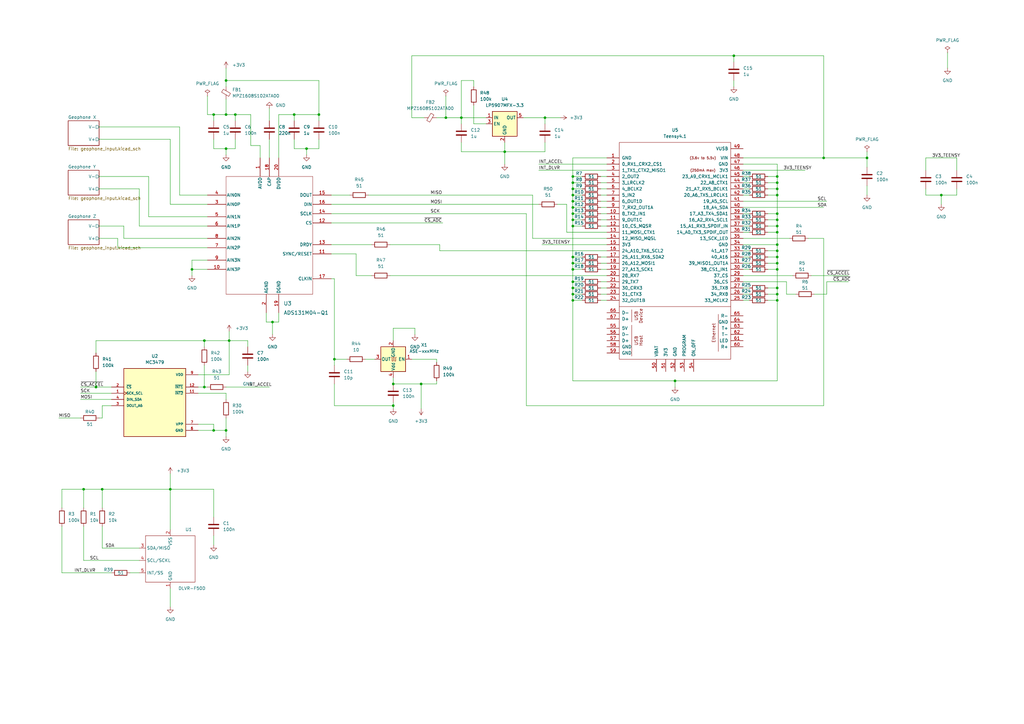
<source format=kicad_sch>
(kicad_sch (version 20230121) (generator eeschema)
  (paper "A3")
  (junction (at 318.77 77.47))
  (junction (at 355.6 64.77))
  (junction (at 300.99 22.86))
  (junction (at 189.23 48.26))
  (junction (at 318.77 92.71))
  (junction (at 130.81 46.99))
  (junction (at 234.95 74.93))
  (junction (at 386.08 80.01))
  (junction (at 111.76 132.08))
  (junction (at 234.95 118.11))
  (junction (at 318.77 105.41))
  (junction (at 318.77 74.93))
  (junction (at 234.95 85.09))
  (junction (at 92.71 33.02))
  (junction (at 318.77 80.01))
  (junction (at 161.29 157.48))
  (junction (at 276.86 156.21))
  (junction (at 318.77 110.49))
  (junction (at 318.77 102.87))
  (junction (at 318.77 100.33))
  (junction (at 234.95 87.63))
  (junction (at 125.73 60.96))
  (junction (at 92.71 60.96))
  (junction (at 318.77 87.63))
  (junction (at 34.29 200.66))
  (junction (at 39.37 158.75))
  (junction (at 318.77 123.19))
  (junction (at 93.98 139.7))
  (junction (at 223.52 48.26))
  (junction (at 78.74 110.49))
  (junction (at 318.77 72.39))
  (junction (at 234.95 72.39))
  (junction (at 92.71 176.53))
  (junction (at 83.82 158.75))
  (junction (at 234.95 90.17))
  (junction (at 137.16 147.32))
  (junction (at 234.95 115.57))
  (junction (at 234.95 105.41))
  (junction (at 234.95 82.55))
  (junction (at 234.95 107.95))
  (junction (at 69.85 200.66))
  (junction (at 234.95 77.47))
  (junction (at 182.88 48.26))
  (junction (at 161.29 166.37))
  (junction (at 172.72 157.48))
  (junction (at 318.77 90.17))
  (junction (at 87.63 176.53))
  (junction (at 318.77 95.25))
  (junction (at 87.63 46.99))
  (junction (at 234.95 120.65))
  (junction (at 96.52 46.99))
  (junction (at 337.82 64.77))
  (junction (at 234.95 110.49))
  (junction (at 120.65 46.99))
  (junction (at 234.95 123.19))
  (junction (at 234.95 80.01))
  (junction (at 234.95 92.71))
  (junction (at 83.82 139.7))
  (junction (at 207.01 62.23))
  (junction (at 92.71 46.99))
  (junction (at 41.91 200.66))
  (junction (at 318.77 118.11))
  (junction (at 318.77 120.65))
  (junction (at 318.77 107.95))
  (wire (pts (xy 34.29 208.28) (xy 34.29 200.66)))
  (wire (pts (xy 182.88 48.26) (xy 189.23 48.26)))
  (wire (pts (xy 318.77 77.47) (xy 318.77 80.01)))
  (wire (pts (xy 223.52 48.26) (xy 223.52 50.8)))
  (wire (pts (xy 160.02 113.03) (xy 248.92 113.03)))
  (wire (pts (xy 180.34 100.33) (xy 160.02 100.33)))
  (wire (pts (xy 81.28 173.99) (xy 87.63 173.99)))
  (wire (pts (xy 146.05 104.14) (xy 146.05 113.03)))
  (wire (pts (xy 180.34 102.87) (xy 248.92 102.87)))
  (wire (pts (xy 120.65 46.99) (xy 130.81 46.99)))
  (wire (pts (xy 318.77 105.41) (xy 318.77 107.95)))
  (wire (pts (xy 248.92 64.77) (xy 234.95 64.77)))
  (wire (pts (xy 234.95 80.01) (xy 234.95 82.55)))
  (wire (pts (xy 39.37 158.75) (xy 45.72 158.75)))
  (wire (pts (xy 48.26 101.6) (xy 48.26 97.79)))
  (wire (pts (xy 83.82 149.86) (xy 83.82 158.75)))
  (wire (pts (xy 33.02 161.29) (xy 45.72 161.29)))
  (wire (pts (xy 218.44 80.01) (xy 218.44 97.79)))
  (wire (pts (xy 130.81 49.53) (xy 130.81 46.99)))
  (wire (pts (xy 102.87 46.99) (xy 96.52 46.99)))
  (wire (pts (xy 318.77 72.39) (xy 318.77 74.93)))
  (wire (pts (xy 50.8 97.79) (xy 50.8 92.71)))
  (wire (pts (xy 33.02 158.75) (xy 39.37 158.75)))
  (wire (pts (xy 234.95 115.57) (xy 238.76 115.57)))
  (wire (pts (xy 24.13 171.45) (xy 33.02 171.45)))
  (wire (pts (xy 337.82 22.86) (xy 337.82 64.77)))
  (wire (pts (xy 85.09 46.99) (xy 87.63 46.99)))
  (wire (pts (xy 161.29 154.94) (xy 161.29 157.48)))
  (wire (pts (xy 326.39 120.65) (xy 322.58 120.65)))
  (wire (pts (xy 125.73 60.96) (xy 130.81 60.96)))
  (wire (pts (xy 234.95 72.39) (xy 238.76 72.39)))
  (wire (pts (xy 392.43 64.77) (xy 392.43 69.85)))
  (wire (pts (xy 151.13 80.01) (xy 218.44 80.01)))
  (wire (pts (xy 137.16 166.37) (xy 161.29 166.37)))
  (wire (pts (xy 234.95 118.11) (xy 238.76 118.11)))
  (wire (pts (xy 218.44 97.79) (xy 248.92 97.79)))
  (wire (pts (xy 114.3 46.99) (xy 114.3 64.77)))
  (wire (pts (xy 85.09 97.79) (xy 50.8 97.79)))
  (wire (pts (xy 33.02 163.83) (xy 45.72 163.83)))
  (wire (pts (xy 318.77 118.11) (xy 318.77 120.65)))
  (wire (pts (xy 234.95 72.39) (xy 234.95 74.93)))
  (wire (pts (xy 304.8 67.31) (xy 318.77 67.31)))
  (wire (pts (xy 246.38 105.41) (xy 248.92 105.41)))
  (wire (pts (xy 234.95 123.19) (xy 234.95 156.21)))
  (wire (pts (xy 87.63 57.15) (xy 87.63 60.96)))
  (wire (pts (xy 96.52 49.53) (xy 96.52 46.99)))
  (wire (pts (xy 304.8 74.93) (xy 307.34 74.93)))
  (wire (pts (xy 194.31 35.56) (xy 194.31 33.02)))
  (wire (pts (xy 234.95 90.17) (xy 234.95 92.71)))
  (wire (pts (xy 73.66 80.01) (xy 85.09 80.01)))
  (wire (pts (xy 92.71 40.64) (xy 92.71 46.99)))
  (wire (pts (xy 41.91 224.79) (xy 57.15 224.79)))
  (wire (pts (xy 189.23 48.26) (xy 199.39 48.26)))
  (wire (pts (xy 92.71 161.29) (xy 92.71 163.83)))
  (wire (pts (xy 92.71 60.96) (xy 96.52 60.96)))
  (wire (pts (xy 246.38 80.01) (xy 248.92 80.01)))
  (wire (pts (xy 34.29 229.87) (xy 57.15 229.87)))
  (wire (pts (xy 234.95 80.01) (xy 238.76 80.01)))
  (wire (pts (xy 135.89 100.33) (xy 152.4 100.33)))
  (wire (pts (xy 337.82 97.79) (xy 337.82 166.37)))
  (wire (pts (xy 137.16 147.32) (xy 137.16 149.86)))
  (wire (pts (xy 85.09 110.49) (xy 78.74 110.49)))
  (wire (pts (xy 179.07 48.26) (xy 182.88 48.26)))
  (wire (pts (xy 120.65 60.96) (xy 125.73 60.96)))
  (wire (pts (xy 300.99 33.02) (xy 300.99 35.56)))
  (wire (pts (xy 304.8 118.11) (xy 307.34 118.11)))
  (wire (pts (xy 379.73 80.01) (xy 386.08 80.01)))
  (wire (pts (xy 246.38 115.57) (xy 248.92 115.57)))
  (wire (pts (xy 168.91 22.86) (xy 168.91 48.26)))
  (wire (pts (xy 172.72 157.48) (xy 161.29 157.48)))
  (wire (pts (xy 318.77 80.01) (xy 318.77 87.63)))
  (wire (pts (xy 318.77 95.25) (xy 318.77 100.33)))
  (wire (pts (xy 332.74 113.03) (xy 347.98 113.03)))
  (wire (pts (xy 337.82 64.77) (xy 355.6 64.77)))
  (wire (pts (xy 69.85 83.82) (xy 69.85 57.15)))
  (wire (pts (xy 246.38 87.63) (xy 248.92 87.63)))
  (wire (pts (xy 120.65 46.99) (xy 120.65 49.53)))
  (wire (pts (xy 41.91 200.66) (xy 69.85 200.66)))
  (wire (pts (xy 234.95 115.57) (xy 234.95 118.11)))
  (wire (pts (xy 318.77 90.17) (xy 318.77 92.71)))
  (wire (pts (xy 234.95 110.49) (xy 238.76 110.49)))
  (wire (pts (xy 170.18 134.62) (xy 161.29 134.62)))
  (wire (pts (xy 246.38 72.39) (xy 248.92 72.39)))
  (wire (pts (xy 114.3 132.08) (xy 111.76 132.08)))
  (wire (pts (xy 87.63 46.99) (xy 87.63 49.53)))
  (wire (pts (xy 101.6 142.24) (xy 101.6 139.7)))
  (wire (pts (xy 39.37 152.4) (xy 39.37 158.75)))
  (wire (pts (xy 318.77 87.63) (xy 318.77 90.17)))
  (wire (pts (xy 87.63 176.53) (xy 92.71 176.53)))
  (wire (pts (xy 92.71 60.96) (xy 92.71 63.5)))
  (wire (pts (xy 189.23 58.42) (xy 189.23 62.23)))
  (wire (pts (xy 60.96 88.9) (xy 60.96 72.39)))
  (wire (pts (xy 194.31 33.02) (xy 189.23 33.02)))
  (wire (pts (xy 304.8 107.95) (xy 307.34 107.95)))
  (wire (pts (xy 392.43 80.01) (xy 386.08 80.01)))
  (wire (pts (xy 276.86 156.21) (xy 276.86 158.75)))
  (wire (pts (xy 48.26 97.79) (xy 40.64 97.79)))
  (wire (pts (xy 234.95 85.09) (xy 234.95 87.63)))
  (wire (pts (xy 87.63 173.99) (xy 87.63 176.53)))
  (wire (pts (xy 318.77 100.33) (xy 318.77 102.87)))
  (wire (pts (xy 41.91 166.37) (xy 41.91 171.45)))
  (wire (pts (xy 96.52 60.96) (xy 96.52 57.15)))
  (wire (pts (xy 318.77 102.87) (xy 318.77 105.41)))
  (wire (pts (xy 318.77 92.71) (xy 318.77 95.25)))
  (wire (pts (xy 92.71 171.45) (xy 92.71 176.53)))
  (wire (pts (xy 234.95 105.41) (xy 238.76 105.41)))
  (wire (pts (xy 234.95 118.11) (xy 234.95 120.65)))
  (wire (pts (xy 314.96 118.11) (xy 318.77 118.11)))
  (wire (pts (xy 106.68 59.69) (xy 102.87 59.69)))
  (wire (pts (xy 101.6 139.7) (xy 93.98 139.7)))
  (wire (pts (xy 179.07 157.48) (xy 172.72 157.48)))
  (wire (pts (xy 339.09 82.55) (xy 304.8 82.55)))
  (wire (pts (xy 246.38 107.95) (xy 248.92 107.95)))
  (wire (pts (xy 78.74 106.68) (xy 85.09 106.68)))
  (wire (pts (xy 194.31 50.8) (xy 194.31 43.18)))
  (wire (pts (xy 87.63 219.71) (xy 87.63 223.52)))
  (wire (pts (xy 234.95 74.93) (xy 238.76 74.93)))
  (wire (pts (xy 25.4 215.9) (xy 25.4 234.95)))
  (wire (pts (xy 93.98 153.67) (xy 81.28 153.67)))
  (wire (pts (xy 304.8 100.33) (xy 318.77 100.33)))
  (wire (pts (xy 102.87 59.69) (xy 102.87 46.99)))
  (wire (pts (xy 386.08 80.01) (xy 386.08 83.82)))
  (wire (pts (xy 304.8 105.41) (xy 307.34 105.41)))
  (wire (pts (xy 246.38 120.65) (xy 248.92 120.65)))
  (wire (pts (xy 92.71 158.75) (xy 110.49 158.75)))
  (wire (pts (xy 137.16 147.32) (xy 142.24 147.32)))
  (wire (pts (xy 337.82 22.86) (xy 300.99 22.86)))
  (wire (pts (xy 81.28 158.75) (xy 83.82 158.75)))
  (wire (pts (xy 304.8 80.01) (xy 307.34 80.01)))
  (wire (pts (xy 234.95 87.63) (xy 234.95 90.17)))
  (wire (pts (xy 92.71 46.99) (xy 87.63 46.99)))
  (wire (pts (xy 34.29 215.9) (xy 34.29 229.87)))
  (wire (pts (xy 137.16 114.3) (xy 135.89 114.3)))
  (wire (pts (xy 110.49 64.77) (xy 110.49 57.15)))
  (wire (pts (xy 238.76 77.47) (xy 234.95 77.47)))
  (wire (pts (xy 318.77 156.21) (xy 276.86 156.21)))
  (wire (pts (xy 314.96 95.25) (xy 318.77 95.25)))
  (wire (pts (xy 114.3 128.27) (xy 114.3 132.08)))
  (wire (pts (xy 81.28 176.53) (xy 87.63 176.53)))
  (wire (pts (xy 137.16 157.48) (xy 137.16 166.37)))
  (wire (pts (xy 109.22 132.08) (xy 109.22 128.27)))
  (wire (pts (xy 207.01 62.23) (xy 207.01 58.42)))
  (wire (pts (xy 25.4 234.95) (xy 45.72 234.95)))
  (wire (pts (xy 234.95 156.21) (xy 276.86 156.21)))
  (wire (pts (xy 96.52 46.99) (xy 92.71 46.99)))
  (wire (pts (xy 246.38 90.17) (xy 248.92 90.17)))
  (wire (pts (xy 232.41 83.82) (xy 228.6 83.82)))
  (wire (pts (xy 318.77 67.31) (xy 318.77 72.39)))
  (wire (pts (xy 234.95 110.49) (xy 234.95 115.57)))
  (wire (pts (xy 101.6 149.86) (xy 101.6 152.4)))
  (wire (pts (xy 234.95 87.63) (xy 238.76 87.63)))
  (wire (pts (xy 314.96 77.47) (xy 318.77 77.47)))
  (wire (pts (xy 78.74 110.49) (xy 78.74 113.03)))
  (wire (pts (xy 60.96 72.39) (xy 40.64 72.39)))
  (wire (pts (xy 339.09 120.65) (xy 339.09 115.57)))
  (wire (pts (xy 314.96 72.39) (xy 318.77 72.39)))
  (wire (pts (xy 314.96 107.95) (xy 318.77 107.95)))
  (wire (pts (xy 318.77 107.95) (xy 318.77 110.49)))
  (wire (pts (xy 110.49 44.45) (xy 110.49 49.53)))
  (wire (pts (xy 314.96 120.65) (xy 318.77 120.65)))
  (wire (pts (xy 304.8 85.09) (xy 337.82 85.09)))
  (wire (pts (xy 41.91 215.9) (xy 41.91 224.79)))
  (wire (pts (xy 34.29 200.66) (xy 41.91 200.66)))
  (wire (pts (xy 92.71 33.02) (xy 130.81 33.02)))
  (wire (pts (xy 314.96 90.17) (xy 318.77 90.17)))
  (wire (pts (xy 85.09 83.82) (xy 69.85 83.82)))
  (wire (pts (xy 248.92 85.09) (xy 246.38 85.09)))
  (wire (pts (xy 220.98 67.31) (xy 248.92 67.31)))
  (wire (pts (xy 114.3 46.99) (xy 120.65 46.99)))
  (wire (pts (xy 214.63 48.26) (xy 223.52 48.26)))
  (wire (pts (xy 179.07 147.32) (xy 179.07 148.59)))
  (wire (pts (xy 57.15 92.71) (xy 57.15 77.47)))
  (wire (pts (xy 314.96 123.19) (xy 318.77 123.19)))
  (wire (pts (xy 92.71 176.53) (xy 92.71 179.07)))
  (wire (pts (xy 78.74 110.49) (xy 78.74 106.68)))
  (wire (pts (xy 170.18 137.16) (xy 170.18 134.62)))
  (wire (pts (xy 314.96 87.63) (xy 318.77 87.63)))
  (wire (pts (xy 83.82 139.7) (xy 93.98 139.7)))
  (wire (pts (xy 234.95 64.77) (xy 234.95 72.39)))
  (wire (pts (xy 125.73 60.96) (xy 125.73 63.5)))
  (wire (pts (xy 199.39 50.8) (xy 194.31 50.8)))
  (wire (pts (xy 25.4 208.28) (xy 25.4 200.66)))
  (wire (pts (xy 87.63 200.66) (xy 69.85 200.66)))
  (wire (pts (xy 334.01 120.65) (xy 339.09 120.65)))
  (wire (pts (xy 189.23 33.02) (xy 189.23 48.26)))
  (wire (pts (xy 92.71 33.02) (xy 92.71 35.56)))
  (wire (pts (xy 246.38 123.19) (xy 248.92 123.19)))
  (wire (pts (xy 318.77 110.49) (xy 318.77 118.11)))
  (wire (pts (xy 223.52 62.23) (xy 207.01 62.23)))
  (wire (pts (xy 314.96 74.93) (xy 318.77 74.93)))
  (wire (pts (xy 314.96 92.71) (xy 318.77 92.71)))
  (wire (pts (xy 41.91 166.37) (xy 45.72 166.37)))
  (wire (pts (xy 215.9 87.63) (xy 135.89 87.63)))
  (wire (pts (xy 314.96 105.41) (xy 318.77 105.41)))
  (wire (pts (xy 222.25 100.33) (xy 248.92 100.33)))
  (wire (pts (xy 39.37 139.7) (xy 83.82 139.7)))
  (wire (pts (xy 304.8 102.87) (xy 307.34 102.87)))
  (wire (pts (xy 246.38 92.71) (xy 248.92 92.71)))
  (wire (pts (xy 304.8 113.03) (xy 325.12 113.03)))
  (wire (pts (xy 135.89 91.44) (xy 181.61 91.44)))
  (wire (pts (xy 379.73 77.47) (xy 379.73 80.01)))
  (wire (pts (xy 161.29 134.62) (xy 161.29 139.7)))
  (wire (pts (xy 83.82 142.24) (xy 83.82 139.7)))
  (wire (pts (xy 304.8 87.63) (xy 307.34 87.63)))
  (wire (pts (xy 248.92 95.25) (xy 232.41 95.25)))
  (wire (pts (xy 207.01 62.23) (xy 207.01 67.31)))
  (wire (pts (xy 223.52 58.42) (xy 223.52 62.23)))
  (wire (pts (xy 25.4 200.66) (xy 34.29 200.66)))
  (wire (pts (xy 248.92 77.47) (xy 246.38 77.47)))
  (wire (pts (xy 111.76 132.08) (xy 109.22 132.08)))
  (wire (pts (xy 314.96 80.01) (xy 318.77 80.01)))
  (wire (pts (xy 161.29 166.37) (xy 161.29 167.64)))
  (wire (pts (xy 234.95 82.55) (xy 238.76 82.55)))
  (wire (pts (xy 135.89 104.14) (xy 146.05 104.14)))
  (wire (pts (xy 234.95 123.19) (xy 238.76 123.19)))
  (wire (pts (xy 355.6 62.23) (xy 355.6 64.77)))
  (wire (pts (xy 314.96 110.49) (xy 318.77 110.49)))
  (wire (pts (xy 85.09 39.37) (xy 85.09 46.99)))
  (wire (pts (xy 304.8 123.19) (xy 307.34 123.19)))
  (wire (pts (xy 168.91 48.26) (xy 173.99 48.26)))
  (wire (pts (xy 304.8 77.47) (xy 307.34 77.47)))
  (wire (pts (xy 85.09 88.9) (xy 60.96 88.9)))
  (wire (pts (xy 234.95 120.65) (xy 234.95 123.19)))
  (wire (pts (xy 246.38 74.93) (xy 248.92 74.93)))
  (wire (pts (xy 388.62 21.59) (xy 388.62 27.94)))
  (wire (pts (xy 40.64 171.45) (xy 41.91 171.45)))
  (wire (pts (xy 234.95 92.71) (xy 238.76 92.71)))
  (wire (pts (xy 189.23 48.26) (xy 189.23 50.8)))
  (wire (pts (xy 314.96 102.87) (xy 318.77 102.87)))
  (wire (pts (xy 379.73 69.85) (xy 379.73 64.77)))
  (wire (pts (xy 339.09 115.57) (xy 347.98 115.57)))
  (wire (pts (xy 92.71 27.94) (xy 92.71 33.02)))
  (wire (pts (xy 318.77 74.93) (xy 318.77 77.47)))
  (wire (pts (xy 238.76 85.09) (xy 234.95 85.09)))
  (wire (pts (xy 146.05 113.03) (xy 152.4 113.03)))
  (wire (pts (xy 304.8 92.71) (xy 307.34 92.71)))
  (wire (pts (xy 111.76 137.16) (xy 111.76 132.08)))
  (wire (pts (xy 234.95 82.55) (xy 234.95 85.09)))
  (wire (pts (xy 234.95 92.71) (xy 234.95 105.41)))
  (wire (pts (xy 57.15 77.47) (xy 40.64 77.47)))
  (wire (pts (xy 87.63 60.96) (xy 92.71 60.96)))
  (wire (pts (xy 81.28 161.29) (xy 92.71 161.29)))
  (wire (pts (xy 234.95 77.47) (xy 234.95 80.01)))
  (wire (pts (xy 40.64 52.07) (xy 73.66 52.07)))
  (wire (pts (xy 130.81 46.99) (xy 130.81 33.02)))
  (wire (pts (xy 304.8 110.49) (xy 307.34 110.49)))
  (wire (pts (xy 304.8 64.77) (xy 337.82 64.77)))
  (wire (pts (xy 189.23 62.23) (xy 207.01 62.23)))
  (wire (pts (xy 137.16 114.3) (xy 137.16 147.32)))
  (wire (pts (xy 304.8 120.65) (xy 307.34 120.65)))
  (wire (pts (xy 318.77 123.19) (xy 318.77 156.21)))
  (wire (pts (xy 135.89 80.01) (xy 143.51 80.01)))
  (wire (pts (xy 215.9 166.37) (xy 337.82 166.37)))
  (wire (pts (xy 234.95 107.95) (xy 238.76 107.95)))
  (wire (pts (xy 304.8 72.39) (xy 307.34 72.39)))
  (wire (pts (xy 87.63 212.09) (xy 87.63 200.66)))
  (wire (pts (xy 234.95 90.17) (xy 238.76 90.17)))
  (wire (pts (xy 69.85 194.31) (xy 69.85 200.66)))
  (wire (pts (xy 168.91 147.32) (xy 179.07 147.32)))
  (wire (pts (xy 41.91 208.28) (xy 41.91 200.66)))
  (wire (pts (xy 232.41 83.82) (xy 232.41 95.25)))
  (wire (pts (xy 379.73 64.77) (xy 392.43 64.77)))
  (wire (pts (xy 73.66 52.07) (xy 73.66 80.01)))
  (wire (pts (xy 180.34 100.33) (xy 180.34 102.87)))
  (wire (pts (xy 304.8 115.57) (xy 322.58 115.57)))
  (wire (pts (xy 300.99 22.86) (xy 168.91 22.86)))
  (wire (pts (xy 179.07 156.21) (xy 179.07 157.48)))
  (wire (pts (xy 130.81 57.15) (xy 130.81 60.96)))
  (wire (pts (xy 85.09 101.6) (xy 48.26 101.6)))
  (wire (pts (xy 135.89 83.82) (xy 220.98 83.82)))
  (wire (pts (xy 246.38 82.55) (xy 248.92 82.55)))
  (wire (pts (xy 93.98 139.7) (xy 93.98 153.67)))
  (wire (pts (xy 304.8 97.79) (xy 323.85 97.79)))
  (wire (pts (xy 182.88 39.37) (xy 182.88 48.26)))
  (wire (pts (xy 246.38 110.49) (xy 248.92 110.49)))
  (wire (pts (xy 392.43 77.47) (xy 392.43 80.01)))
  (wire (pts (xy 318.77 120.65) (xy 318.77 123.19)))
  (wire (pts (xy 234.95 74.93) (xy 234.95 77.47)))
  (wire (pts (xy 120.65 57.15) (xy 120.65 60.96)))
  (wire (pts (xy 93.98 135.89) (xy 93.98 139.7)))
  (wire (pts (xy 304.8 90.17) (xy 307.34 90.17)))
  (wire (pts (xy 149.86 147.32) (xy 153.67 147.32)))
  (wire (pts (xy 223.52 48.26) (xy 229.87 48.26)))
  (wire (pts (xy 161.29 165.1) (xy 161.29 166.37)))
  (wire (pts (xy 39.37 144.78) (xy 39.37 139.7)))
  (wire (pts (xy 300.99 22.86) (xy 300.99 25.4)))
  (wire (pts (xy 234.95 107.95) (xy 234.95 110.49)))
  (wire (pts (xy 85.09 92.71) (xy 57.15 92.71)))
  (wire (pts (xy 69.85 57.15) (xy 40.64 57.15)))
  (wire (pts (xy 304.8 69.85) (xy 330.2 69.85)))
  (wire (pts (xy 215.9 87.63) (xy 215.9 166.37)))
  (wire (pts (xy 234.95 105.41) (xy 234.95 107.95)))
  (wire (pts (xy 106.68 64.77) (xy 106.68 59.69)))
  (wire (pts (xy 83.82 158.75) (xy 85.09 158.75)))
  (wire (pts (xy 53.34 234.95) (xy 57.15 234.95)))
  (wire (pts (xy 69.85 241.3) (xy 69.85 248.92)))
  (wire (pts (xy 331.47 97.79) (xy 337.82 97.79)))
  (wire (pts (xy 355.6 64.77) (xy 355.6 68.58)))
  (wire (pts (xy 50.8 92.71) (xy 40.64 92.71)))
  (wire (pts (xy 172.72 157.48) (xy 172.72 167.64)))
  (wire (pts (xy 322.58 120.65) (xy 322.58 115.57)))
  (wire (pts (xy 220.98 69.85) (xy 248.92 69.85)))
  (wire (pts (xy 355.6 76.2) (xy 355.6 80.01)))
  (wire (pts (xy 304.8 95.25) (xy 307.34 95.25)))
  (wire (pts (xy 69.85 200.66) (xy 69.85 217.17)))
  (wire (pts (xy 246.38 118.11) (xy 248.92 118.11)))
  (wire (pts (xy 234.95 120.65) (xy 238.76 120.65)))
  (label "SCK" (at 33.02 161.29 0))
  (label "SCK" (at 176.53 87.63 0))
  (label "MISO" (at 24.13 171.45 0))
  (label "3V3_TEENSY" (at 382.27 64.77 0))
  (label "~{CS_ADC}" (at 173.99 91.44 0))
  (label "MISO" (at 176.53 80.01 0))
  (label "SDA" (at 335.28 85.09 0))
  (label "INT_DLVR" (at 30.48 234.95 0))
  (label "~{CS_ACCEL}" (at 33.02 158.75 0))
  (label "3V3_TEENSY" (at 321.31 69.85 0))
  (label "INT_ACCEL" (at 101.6 158.75 0))
  (label "~{CS_ADC}" (at 341.63 115.57 0))
  (label "SCL" (at 36.83 229.87 0))
  (label "INT_ACCEL" (at 220.98 67.31 0))
  (label "SDA" (at 43.18 224.79 0))
  (label "~{CS_ACCEL}" (at 339.09 113.03 0))
  (label "3V3_TEENSY" (at 222.25 100.33 0))
  (label "MOSI" (at 176.53 83.82 0))
  (label "MOSI" (at 33.02 163.83 0))
  (label "INT_DLVR" (at 220.98 69.85 0))
  (label "SCL" (at 335.28 82.55 0))
  (symbol (lib_id "Device:R") (at 146.05 147.32 90) (unit 1)
    (property "Reference" "R44" (at 146.05 140.97 90))
    (property "Value" "10" (at 146.05 143.51 90))
    (property "Footprint" "Resistor_SMD:R_0603_1608Metric" (effects hide))
  )
  (symbol (lib_id "Device:R") (at 242.57 120.65 90) (unit 1)
    (property "Reference" "R21" (at 237.49 119.38 90))
    (property "Value" "51" (at 242.57 120.65 90))
    (property "Footprint" "Resistor_SMD:R_0603_1608Metric" (effects hide))
  )
  (symbol (lib_id "Regulator_Linear:LP5907MFX-3.3") (at 207.01 50.8 0) (unit 1)
    (property "Reference" "U4" (at 207.01 40.64 0))
    (property "Value" "LP5907MFX-3.3" (at 207.01 43.18 0))
    (property "Footprint" "Package_TO_SOT_SMD:SOT-23-5" (effects hide))
    (property "Datasheet" "http://www.ti.com/lit/ds/symlink/lp5907.pdf" (effects hide))
  )
  (symbol (lib_id "Device:R") (at 156.21 113.03 90) (unit 1)
    (property "Reference" "R47" (at 156.21 106.68 90))
    (property "Value" "51" (at 156.21 109.22 90))
    (property "Footprint" "Resistor_SMD:R_0603_1608Metric" (effects hide))
  )
  (symbol (lib_id "Device:R") (at 311.15 90.17 90) (unit 1)
    (property "Reference" "R33" (at 306.07 88.9 90))
    (property "Value" "51" (at 311.15 90.17 90))
    (property "Footprint" "Resistor_SMD:R_0603_1608Metric" (effects hide))
  )
  (symbol (lib_id "Device:C") (at 87.63 215.9 0) (unit 1)
    (property "Reference" "C1" (at 91.44 214.6299 0) (effects (justify left)))
    (property "Value" "100n" (at 91.44 217.1699 0) (effects (justify left)))
    (property "Footprint" "Capacitor_SMD:C_0603_1608Metric_Pad1.08x0.95mm_HandSolder" (effects hide))
  )
  (symbol (lib_id "Device:R") (at 311.15 87.63 90) (unit 1)
    (property "Reference" "R34" (at 306.07 86.36 90))
    (property "Value" "51" (at 311.15 87.63 90))
    (property "Footprint" "Resistor_SMD:R_0603_1608Metric" (effects hide))
  )
  (symbol (lib_id "Device:R") (at 311.15 107.95 90) (unit 1)
    (property "Reference" "R27" (at 306.07 106.68 90))
    (property "Value" "51" (at 311.15 107.95 90))
    (property "Footprint" "Resistor_SMD:R_0603_1608Metric" (effects hide))
  )
  (symbol (lib_id "Device:C") (at 379.73 73.66 0) (unit 1)
    (property "Reference" "C3" (at 383.54 72.3899 0) (effects (justify left)))
    (property "Value" "100n" (at 383.54 74.9299 0) (effects (justify left)))
    (property "Footprint" "Capacitor_SMD:C_0603_1608Metric_Pad1.08x0.95mm_HandSolder" (effects hide))
  )
  (symbol (lib_id "power:GND") (at 78.74 113.03 0) (unit 1)
    (property "Reference" "#PWR024" (effects hide))
    (property "Value" "GND" (at 78.74 118.11 0))
  )
  (symbol (lib_id "Device:C") (at 223.52 54.61 0) (unit 1)
    (property "Reference" "C14" (at 227.33 53.3399 0) (effects (justify left)))
    (property "Value" "1u" (at 227.33 55.8799 0) (effects (justify left)))
    (property "Footprint" "Capacitor_SMD:C_0805_2012Metric" (effects hide))
  )
  (symbol (lib_id "Device:R") (at 311.15 102.87 90) (unit 1)
    (property "Reference" "R29" (at 306.07 101.6 90))
    (property "Value" "51" (at 311.15 102.87 90))
    (property "Footprint" "Resistor_SMD:R_0603_1608Metric" (effects hide))
  )
  (symbol (lib_id "power:GND") (at 386.08 83.82 0) (unit 1)
    (property "Reference" "#PWR05" (effects hide))
    (property "Value" "GND" (at 386.08 88.9 0))
  )
  (symbol (lib_id "power:+3V3") (at 69.85 194.31 0) (unit 1)
    (property "Reference" "#PWR03" (effects hide))
    (property "Value" "+3V3" (at 72.39 193.0399 0) (effects (justify left)))
  )
  (symbol (lib_id "Device:R") (at 147.32 80.01 90) (unit 1)
    (property "Reference" "R45" (at 147.32 73.66 90))
    (property "Value" "51" (at 147.32 76.2 90))
    (property "Footprint" "Resistor_SMD:R_0603_1608Metric" (effects hide))
  )
  (symbol (lib_id "seismometer:MC3479") (at 63.5 163.83 0) (unit 1)
    (property "Reference" "U2" (at 63.5 146.05 0))
    (property "Value" "MC3479" (at 63.5 148.59 0))
    (property "Footprint" "seismometer:PQFN50P200X200X100-12N" (effects hide))
    (property "MF" "MEMSIC" (effects hide))
    (property "MAXIMUM_PACKAGE_HEIGHT" "1.0mm" (effects hide))
    (property "Package" "None" (effects hide))
    (property "Price" "None" (effects hide))
    (property "Check_prices" "https://www.snapeda.com/parts/MC3479/Memsic/view-part/?ref=eda" (effects hide))
    (property "STANDARD" "IPC-7351B" (effects hide))
    (property "PARTREV" "1.1" (effects hide))
    (property "SnapEDA_Link" "https://www.snapeda.com/parts/MC3479/Memsic/view-part/?ref=snap" (effects hide))
    (property "MP" "MC3479" (effects hide))
    (property "Purchase-URL" "https://www.snapeda.com/api/url_track_click_mouser/?unipart_id=5138822&manufacturer=MEMSIC&part_name=MC3479&search_term=None" (effects hide))
    (property "Description" "\nAccelerometer X, Y, Z Axis ±2g, 4g, 8g, 12g, 16g 0.25Hz ~ 500Hz 12-LGA (2x2)\n" (effects hide))
    (property "Availability" "In Stock" (effects hide))
    (property "MANUFACTURER" "MEMSIC" (effects hide))
  )
  (symbol (lib_id "power:GND") (at 101.6 152.4 0) (unit 1)
    (property "Reference" "#PWR028" (effects hide))
    (property "Value" "GND" (at 101.6 157.48 0))
  )
  (symbol (lib_id "power:PWR_FLAG") (at 85.09 39.37 0) (unit 1)
    (property "Reference" "#FLG02" (effects hide))
    (property "Value" "PWR_FLAG" (at 85.09 34.29 0))
  )
  (symbol (lib_id "Device:C") (at 130.81 53.34 0) (unit 1)
    (property "Reference" "C10" (at 134.62 52.0699 0) (effects (justify left)))
    (property "Value" "100n" (at 134.62 54.6099 0) (effects (justify left)))
    (property "Footprint" "Capacitor_SMD:C_0603_1608Metric_Pad1.08x0.95mm_HandSolder" (effects hide))
  )
  (symbol (lib_id "Device:FerriteBead_Small") (at 92.71 38.1 0) (unit 1)
    (property "Reference" "FB1" (at 95.25 36.7918 0) (effects (justify left)))
    (property "Value" "MPZ1608S102ATA00" (at 95.25 39.3318 0) (effects (justify left)))
    (property "Footprint" "Inductor_SMD:L_0805_2012Metric" (effects hide))
    (property "Description" "1k, 800mA" (effects hide))
    (property "MANUFACTURER" "TDK" (effects hide))
  )
  (symbol (lib_id "power:GND") (at 170.18 137.16 0) (unit 1)
    (property "Reference" "#PWR014" (effects hide))
    (property "Value" "GND" (at 170.18 142.24 0))
  )
  (symbol (lib_id "Device:FerriteBead_Small") (at 176.53 48.26 90) (unit 1)
    (property "Reference" "FB2" (at 176.4919 41.91 90))
    (property "Value" "MPZ1608S102ATA00" (at 176.4919 44.45 90))
    (property "Footprint" "Inductor_SMD:L_0805_2012Metric" (effects hide))
    (property "Description" "1k, 800mA" (effects hide))
    (property "MANUFACTURER" "TDK" (effects hide))
  )
  (symbol (lib_id "Device:R") (at 242.57 118.11 90) (unit 1)
    (property "Reference" "R20" (at 237.49 116.84 90))
    (property "Value" "51" (at 242.57 118.11 90))
    (property "Footprint" "Resistor_SMD:R_0603_1608Metric" (effects hide))
  )
  (symbol (lib_id "Device:C") (at 110.49 53.34 0) (unit 1)
    (property "Reference" "C8" (at 114.3 52.0699 0) (effects (justify left)))
    (property "Value" "220n" (at 114.3 54.6099 0) (effects (justify left)))
    (property "Footprint" "Capacitor_SMD:C_0603_1608Metric_Pad1.08x0.95mm_HandSolder" (effects hide))
  )
  (symbol (lib_id "Device:R") (at 311.15 74.93 90) (unit 1)
    (property "Reference" "R37" (at 306.07 73.66 90))
    (property "Value" "51" (at 311.15 74.93 90))
    (property "Footprint" "Resistor_SMD:R_0603_1608Metric" (effects hide))
  )
  (symbol (lib_id "power:GND") (at 276.86 158.75 0) (unit 1)
    (property "Reference" "#PWR04" (effects hide))
    (property "Value" "GND" (at 276.86 163.83 0))
  )
  (symbol (lib_id "power:+3V3") (at 93.98 135.89 0) (unit 1)
    (property "Reference" "#PWR08" (effects hide))
    (property "Value" "+3V3" (at 96.52 134.6199 0) (effects (justify left)))
  )
  (symbol (lib_id "Device:R") (at 328.93 113.03 90) (unit 1)
    (property "Reference" "R5" (at 328.93 107.95 90))
    (property "Value" "51" (at 328.93 110.49 90))
    (property "Footprint" "Resistor_SMD:R_0603_1608Metric" (effects hide))
  )
  (symbol (lib_id "Device:R") (at 330.2 120.65 90) (unit 1)
    (property "Reference" "R6" (at 330.2 115.57 90))
    (property "Value" "51" (at 330.2 118.11 90))
    (property "Footprint" "Resistor_SMD:R_0603_1608Metric" (effects hide))
  )
  (symbol (lib_id "Device:R") (at 311.15 92.71 90) (unit 1)
    (property "Reference" "R32" (at 306.07 91.44 90))
    (property "Value" "51" (at 311.15 92.71 90))
    (property "Footprint" "Resistor_SMD:R_0603_1608Metric" (effects hide))
  )
  (symbol (lib_id "Device:R") (at 327.66 97.79 90) (unit 1)
    (property "Reference" "R4" (at 327.66 92.71 90))
    (property "Value" "51" (at 327.66 95.25 90))
    (property "Footprint" "Resistor_SMD:R_0603_1608Metric" (effects hide))
  )
  (symbol (lib_id "power:GND") (at 388.62 27.94 0) (unit 1)
    (property "Reference" "#PWR025" (effects hide))
    (property "Value" "GND" (at 388.62 33.02 0))
  )
  (symbol (lib_id "Device:R") (at 311.15 80.01 90) (unit 1)
    (property "Reference" "R35" (at 306.07 78.74 90))
    (property "Value" "51" (at 311.15 80.01 90))
    (property "Footprint" "Resistor_SMD:R_0603_1608Metric" (effects hide))
  )
  (symbol (lib_id "power:GND") (at 69.85 248.92 0) (unit 1)
    (property "Reference" "#PWR01" (effects hide))
    (property "Value" "GND" (at 69.85 254 0))
  )
  (symbol (lib_id "power:GND") (at 300.99 35.56 0) (unit 1)
    (property "Reference" "#PWR017" (effects hide))
    (property "Value" "GND" (at 300.99 40.64 0))
  )
  (symbol (lib_id "power:+3V3") (at 92.71 27.94 0) (unit 1)
    (property "Reference" "#PWR06" (effects hide))
    (property "Value" "+3V3" (at 95.25 26.6699 0) (effects (justify left)))
  )
  (symbol (lib_id "Device:R") (at 311.15 95.25 90) (unit 1)
    (property "Reference" "R31" (at 306.07 93.98 90))
    (property "Value" "51" (at 311.15 95.25 90))
    (property "Footprint" "Resistor_SMD:R_0603_1608Metric" (effects hide))
  )
  (symbol (lib_id "Device:R") (at 194.31 39.37 180) (unit 1)
    (property "Reference" "R48" (at 196.85 38.0999 0) (effects (justify right)))
    (property "Value" "100k" (at 196.85 40.6399 0) (effects (justify right)))
    (property "Footprint" "Resistor_SMD:R_0603_1608Metric" (effects hide))
  )
  (symbol (lib_id "Device:R") (at 311.15 120.65 90) (unit 1)
    (property "Reference" "R24" (at 306.07 119.38 90))
    (property "Value" "51" (at 311.15 120.65 90))
    (property "Footprint" "Resistor_SMD:R_0603_1608Metric" (effects hide))
  )
  (symbol (lib_id "Device:C") (at 101.6 146.05 0) (unit 1)
    (property "Reference" "C7" (at 105.41 144.7799 0) (effects (justify left)))
    (property "Value" "100n" (at 105.41 147.3199 0) (effects (justify left)))
    (property "Footprint" "Capacitor_SMD:C_0603_1608Metric_Pad1.08x0.95mm_HandSolder" (effects hide))
  )
  (symbol (lib_id "Device:R") (at 242.57 92.71 90) (unit 1)
    (property "Reference" "R15" (at 237.49 91.44 90))
    (property "Value" "51" (at 242.57 92.71 90))
    (property "Footprint" "Resistor_SMD:R_0603_1608Metric" (effects hide))
  )
  (symbol (lib_id "Device:R") (at 39.37 148.59 180) (unit 1)
    (property "Reference" "R41" (at 41.91 147.3199 0) (effects (justify right)))
    (property "Value" "100k" (at 41.91 149.8599 0) (effects (justify right)))
    (property "Footprint" "Resistor_SMD:R_0603_1608Metric" (effects hide))
  )
  (symbol (lib_id "Device:R") (at 242.57 77.47 90) (unit 1)
    (property "Reference" "R9" (at 237.49 76.2 90))
    (property "Value" "51" (at 242.57 77.47 90))
    (property "Footprint" "Resistor_SMD:R_0603_1608Metric" (effects hide))
  )
  (symbol (lib_id "Device:C") (at 161.29 161.29 0) (unit 1)
    (property "Reference" "C13" (at 165.1 160.0199 0) (effects (justify left)))
    (property "Value" "100n" (at 165.1 162.5599 0) (effects (justify left)))
    (property "Footprint" "Capacitor_SMD:C_0603_1608Metric_Pad1.08x0.95mm_HandSolder" (effects hide))
  )
  (symbol (lib_id "Device:C") (at 355.6 72.39 0) (unit 1)
    (property "Reference" "C2" (at 359.41 71.1199 0) (effects (justify left)))
    (property "Value" "100n" (at 359.41 73.6599 0) (effects (justify left)))
    (property "Footprint" "Capacitor_SMD:C_0603_1608Metric_Pad1.08x0.95mm_HandSolder" (effects hide))
  )
  (symbol (lib_id "power:GND") (at 161.29 167.64 0) (unit 1)
    (property "Reference" "#PWR013" (effects hide))
    (property "Value" "GND" (at 161.29 172.72 0))
  )
  (symbol (lib_id "Device:C") (at 300.99 29.21 0) (unit 1)
    (property "Reference" "C15" (at 304.8 27.9399 0) (effects (justify left)))
    (property "Value" "1u" (at 304.8 30.4799 0) (effects (justify left)))
    (property "Footprint" "Capacitor_SMD:C_0805_2012Metric" (effects hide))
  )
  (symbol (lib_id "Device:R") (at 242.57 87.63 90) (unit 1)
    (property "Reference" "R13" (at 237.49 86.36 90))
    (property "Value" "51" (at 242.57 87.63 90))
    (property "Footprint" "Resistor_SMD:R_0603_1608Metric" (effects hide))
  )
  (symbol (lib_id "Oscillator:ASE-xxxMHz") (at 161.29 147.32 180) (unit 1)
    (property "Reference" "X1" (at 173.99 141.4905 0))
    (property "Value" "ASE-xxxMHz" (at 173.99 144.0305 0))
    (property "Footprint" "Oscillator:Oscillator_SMD_Abracon_ASE-4Pin_3.2x2.5mm" (effects hide))
    (property "Datasheet" "http://www.abracon.com/Oscillators/ASV.pdf" (effects hide))
  )
  (symbol (lib_id "Device:R") (at 311.15 77.47 90) (unit 1)
    (property "Reference" "R36" (at 306.07 76.2 90))
    (property "Value" "51" (at 311.15 77.47 90))
    (property "Footprint" "Resistor_SMD:R_0603_1608Metric" (effects hide))
  )
  (symbol (lib_id "Device:R") (at 88.9 158.75 90) (unit 1)
    (property "Reference" "R43" (at 88.9 152.4 90))
    (property "Value" "51" (at 88.9 154.94 90))
    (property "Footprint" "Resistor_SMD:R_0603_1608Metric" (effects hide))
  )
  (symbol (lib_id "seismometer:Teensy4.1") (at 276.86 119.38 0) (unit 1)
    (property "Reference" "U5" (at 276.86 53.34 0))
    (property "Value" "Teensy4.1" (at 276.86 55.88 0))
    (property "Footprint" "seismometer:Teensy41" (effects hide))
  )
  (symbol (lib_id "Device:R") (at 242.57 90.17 90) (unit 1)
    (property "Reference" "R14" (at 237.49 88.9 90))
    (property "Value" "51" (at 242.57 90.17 90))
    (property "Footprint" "Resistor_SMD:R_0603_1608Metric" (effects hide))
  )
  (symbol (lib_id "Device:C") (at 189.23 54.61 0) (unit 1)
    (property "Reference" "C12" (at 193.04 53.3399 0) (effects (justify left)))
    (property "Value" "1u" (at 193.04 55.8799 0) (effects (justify left)))
    (property "Footprint" "Capacitor_SMD:C_0805_2012Metric" (effects hide))
  )
  (symbol (lib_id "Device:R") (at 242.57 107.95 90) (unit 1)
    (property "Reference" "R17" (at 237.49 106.68 90))
    (property "Value" "51" (at 242.57 107.95 90))
    (property "Footprint" "Resistor_SMD:R_0603_1608Metric" (effects hide))
  )
  (symbol (lib_id "Device:R") (at 242.57 82.55 90) (unit 1)
    (property "Reference" "R11" (at 237.49 81.28 90))
    (property "Value" "51" (at 242.57 82.55 90))
    (property "Footprint" "Resistor_SMD:R_0603_1608Metric" (effects hide))
  )
  (symbol (lib_id "Device:C") (at 87.63 53.34 0) (unit 1)
    (property "Reference" "C5" (at 91.44 52.0699 0) (effects (justify left)))
    (property "Value" "1u" (at 91.44 54.6099 0) (effects (justify left)))
    (property "Footprint" "Capacitor_SMD:C_0805_2012Metric" (effects hide))
  )
  (symbol (lib_id "Device:R") (at 311.15 110.49 90) (unit 1)
    (property "Reference" "R26" (at 306.07 109.22 90))
    (property "Value" "51" (at 311.15 110.49 90))
    (property "Footprint" "Resistor_SMD:R_0603_1608Metric" (effects hide))
  )
  (symbol (lib_id "power:+3V3") (at 172.72 167.64 180) (unit 1)
    (property "Reference" "#PWR026" (effects hide))
    (property "Value" "+3V3" (at 172.72 172.72 0))
  )
  (symbol (lib_id "power:GND") (at 207.01 67.31 0) (unit 1)
    (property "Reference" "#PWR015" (effects hide))
    (property "Value" "GND" (at 207.01 72.39 0))
  )
  (symbol (lib_id "power:PWR_FLAG") (at 182.88 39.37 0) (unit 1)
    (property "Reference" "#FLG04" (effects hide))
    (property "Value" "PWR_FLAG" (at 182.88 34.29 0))
  )
  (symbol (lib_id "power:GND") (at 87.63 223.52 0) (unit 1)
    (property "Reference" "#PWR02" (effects hide))
    (property "Value" "GND" (at 87.63 228.6 0))
  )
  (symbol (lib_id "Device:R") (at 242.57 72.39 90) (unit 1)
    (property "Reference" "R7" (at 237.49 71.12 90))
    (property "Value" "51" (at 242.57 72.39 90))
    (property "Footprint" "Resistor_SMD:R_0603_1608Metric" (effects hide))
  )
  (symbol (lib_id "Device:R") (at 41.91 212.09 180) (unit 1)
    (property "Reference" "R2" (at 44.45 210.8199 0) (effects (justify right)))
    (property "Value" "10k" (at 44.45 213.3599 0) (effects (justify right)))
    (property "Footprint" "Resistor_SMD:R_0603_1608Metric" (effects hide))
  )
  (symbol (lib_id "Device:C") (at 120.65 53.34 0) (unit 1)
    (property "Reference" "C9" (at 124.46 52.0699 0) (effects (justify left)))
    (property "Value" "1u" (at 124.46 54.6099 0) (effects (justify left)))
    (property "Footprint" "Capacitor_SMD:C_0805_2012Metric" (effects hide))
  )
  (symbol (lib_id "Device:R") (at 224.79 83.82 90) (unit 1)
    (property "Reference" "R50" (at 224.79 77.47 90))
    (property "Value" "51" (at 224.79 80.01 90))
    (property "Footprint" "Resistor_SMD:R_0603_1608Metric" (effects hide))
  )
  (symbol (lib_id "Device:R") (at 49.53 234.95 90) (unit 1)
    (property "Reference" "R39" (at 44.45 233.68 90))
    (property "Value" "51" (at 49.53 234.95 90))
    (property "Footprint" "Resistor_SMD:R_0603_1608Metric" (effects hide))
  )
  (symbol (lib_id "Device:R") (at 25.4 212.09 180) (unit 1)
    (property "Reference" "R3" (at 27.94 210.8199 0) (effects (justify right)))
    (property "Value" "100k" (at 27.94 213.3599 0) (effects (justify right)))
    (property "Footprint" "Resistor_SMD:R_0603_1608Metric" (effects hide))
  )
  (symbol (lib_id "power:GND") (at 125.73 63.5 0) (unit 1)
    (property "Reference" "#PWR012" (effects hide))
    (property "Value" "GND" (at 125.73 68.58 0))
  )
  (symbol (lib_id "Device:R") (at 242.57 80.01 90) (unit 1)
    (property "Reference" "R10" (at 237.49 78.74 90))
    (property "Value" "51" (at 242.57 80.01 90))
    (property "Footprint" "Resistor_SMD:R_0603_1608Metric" (effects hide))
  )
  (symbol (lib_id "Device:C") (at 96.52 53.34 0) (unit 1)
    (property "Reference" "C6" (at 100.33 52.0699 0) (effects (justify left)))
    (property "Value" "100n" (at 100.33 54.6099 0) (effects (justify left)))
    (property "Footprint" "Capacitor_SMD:C_0603_1608Metric_Pad1.08x0.95mm_HandSolder" (effects hide))
  )
  (symbol (lib_id "power:GND") (at 111.76 137.16 0) (unit 1)
    (property "Reference" "#PWR011" (effects hide))
    (property "Value" "GND" (at 111.76 142.24 0))
  )
  (symbol (lib_id "seismometer:ADS131M04-Q1") (at 111.76 93.98 0) (unit 1)
    (property "Reference" "U3" (at 116.3194 124.46 0) (effects (font (size 1.524 1.524)) (justify left)))
    (property "Value" "ADS131M04-Q1" (at 116.3194 128.27 0) (effects (font (size 1.524 1.524)) (justify left)))
    (property "Footprint" "TSSOP20_PW_TEX" (effects hide))
    (property "Datasheet" "https://www.ti.com/lit/gpn/ads131m04-q1" (effects hide))
  )
  (symbol (lib_id "Device:R") (at 242.57 85.09 90) (unit 1)
    (property "Reference" "R12" (at 237.49 83.82 90))
    (property "Value" "51" (at 242.57 85.09 90))
    (property "Footprint" "Resistor_SMD:R_0603_1608Metric" (effects hide))
  )
  (symbol (lib_id "Device:R") (at 34.29 212.09 180) (unit 1)
    (property "Reference" "R1" (at 36.83 210.8199 0) (effects (justify right)))
    (property "Value" "10k" (at 36.83 213.3599 0) (effects (justify right)))
    (property "Footprint" "Resistor_SMD:R_0603_1608Metric" (effects hide))
  )
  (symbol (lib_id "Device:R") (at 242.57 110.49 90) (unit 1)
    (property "Reference" "R18" (at 237.49 109.22 90))
    (property "Value" "51" (at 242.57 110.49 90))
    (property "Footprint" "Resistor_SMD:R_0603_1608Metric" (effects hide))
  )
  (symbol (lib_id "Device:R") (at 242.57 74.93 90) (unit 1)
    (property "Reference" "R8" (at 237.49 73.66 90))
    (property "Value" "51" (at 242.57 74.93 90))
    (property "Footprint" "Resistor_SMD:R_0603_1608Metric" (effects hide))
  )
  (symbol (lib_id "power:GND") (at 92.71 63.5 0) (unit 1)
    (property "Reference" "#PWR07" (effects hide))
    (property "Value" "GND" (at 92.71 68.58 0))
  )
  (symbol (lib_id "Device:R") (at 242.57 123.19 90) (unit 1)
    (property "Reference" "R22" (at 237.49 121.92 90))
    (property "Value" "51" (at 242.57 123.19 90))
    (property "Footprint" "Resistor_SMD:R_0603_1608Metric" (effects hide))
  )
  (symbol (lib_id "Device:R") (at 242.57 105.41 90) (unit 1)
    (property "Reference" "R16" (at 237.49 104.14 90))
    (property "Value" "51" (at 242.57 105.41 90))
    (property "Footprint" "Resistor_SMD:R_0603_1608Metric" (effects hide))
  )
  (symbol (lib_id "seismometer:DLVR") (at 69.85 228.6 0) (unit 1)
    (property "Reference" "U1" (at 78.74 217.17 0) (effects (justify right)))
    (property "Value" "DLVR-F50D" (at 78.74 241.3 0))
    (property "Footprint" "Package_DIP:DIP-8_W8.89mm_SMDSocket_LongPads" (effects hide))
    (property "Datasheet" "https://www.allsensors.com/products/dlvr-series" (effects hide))
  )
  (symbol (lib_id "Device:R") (at 36.83 171.45 90) (unit 1)
    (property "Reference" "R40" (at 36.83 168.91 90))
    (property "Value" "51" (at 36.83 173.99 90))
    (property "Footprint" "Resistor_SMD:R_0603_1608Metric" (effects hide))
  )
  (symbol (lib_id "power:PWR_FLAG") (at 355.6 62.23 0) (unit 1)
    (property "Reference" "#FLG03" (effects hide))
    (property "Value" "PWR_FLAG" (at 355.6 57.15 0))
  )
  (symbol (lib_id "Device:R") (at 311.15 105.41 90) (unit 1)
    (property "Reference" "R28" (at 306.07 104.14 90))
    (property "Value" "51" (at 311.15 105.41 90))
    (property "Footprint" "Resistor_SMD:R_0603_1608Metric" (effects hide))
  )
  (symbol (lib_id "power:+3V3") (at 229.87 48.26 270) (unit 1)
    (property "Reference" "#PWR016" (effects hide))
    (property "Value" "+3V3" (at 233.68 48.2599 90) (effects (justify left)))
  )
  (symbol (lib_id "Device:R") (at 83.82 146.05 180) (unit 1)
    (property "Reference" "R42" (at 86.36 144.7799 0) (effects (justify right)))
    (property "Value" "100k" (at 86.36 147.3199 0) (effects (justify right)))
    (property "Footprint" "Resistor_SMD:R_0603_1608Metric" (effects hide))
  )
  (symbol (lib_id "power:PWR_FLAG") (at 388.62 21.59 0) (unit 1)
    (property "Reference" "#FLG01" (effects hide))
    (property "Value" "PWR_FLAG" (at 388.62 16.51 0))
  )
  (symbol (lib_id "Device:C") (at 392.43 73.66 0) (unit 1)
    (property "Reference" "C4" (at 396.24 72.3899 0) (effects (justify left)))
    (property "Value" "100n" (at 396.24 74.9299 0) (effects (justify left)))
    (property "Footprint" "Capacitor_SMD:C_0603_1608Metric_Pad1.08x0.95mm_HandSolder" (effects hide))
  )
  (symbol (lib_id "Device:C") (at 137.16 153.67 0) (unit 1)
    (property "Reference" "C11" (at 140.97 152.3999 0) (effects (justify left)))
    (property "Value" "10p" (at 140.97 154.9399 0) (effects (justify left)))
    (property "Footprint" "Capacitor_SMD:C_0603_1608Metric_Pad1.08x0.95mm_HandSolder" (effects hide))
  )
  (symbol (lib_id "Device:R") (at 156.21 100.33 90) (unit 1)
    (property "Reference" "R46" (at 156.21 93.98 90))
    (property "Value" "51" (at 156.21 96.52 90))
    (property "Footprint" "Resistor_SMD:R_0603_1608Metric" (effects hide))
  )
  (symbol (lib_id "power:GND") (at 355.6 80.01 0) (unit 1)
    (property "Reference" "#PWR027" (effects hide))
    (property "Value" "GND" (at 355.6 85.09 0))
  )
  (symbol (lib_id "Device:R") (at 92.71 167.64 180) (unit 1)
    (property "Reference" "R30" (at 95.25 166.3699 0) (effects (justify right)))
    (property "Value" "100k" (at 95.25 168.9099 0) (effects (justify right)))
    (property "Footprint" "Resistor_SMD:R_0603_1608Metric" (effects hide))
  )
  (symbol (lib_id "Device:R") (at 242.57 115.57 90) (unit 1)
    (property "Reference" "R19" (at 237.49 114.3 90))
    (property "Value" "51" (at 242.57 115.57 90))
    (property "Footprint" "Resistor_SMD:R_0603_1608Metric" (effects hide))
  )
  (symbol (lib_id "power:GND") (at 92.71 179.07 0) (unit 1)
    (property "Reference" "#PWR09" (effects hide))
    (property "Value" "GND" (at 92.71 184.15 0))
  )
  (symbol (lib_id "Device:R") (at 311.15 123.19 90) (unit 1)
    (property "Reference" "R23" (at 306.07 121.92 90))
    (property "Value" "51" (at 311.15 123.19 90))
    (property "Footprint" "Resistor_SMD:R_0603_1608Metric" (effects hide))
  )
  (symbol (lib_id "Device:R") (at 311.15 72.39 90) (unit 1)
    (property "Reference" "R38" (at 306.07 71.12 90))
    (property "Value" "51" (at 311.15 72.39 90))
    (property "Footprint" "Resistor_SMD:R_0603_1608Metric" (effects hide))
  )
  (symbol (lib_id "Device:R") (at 179.07 152.4 180) (unit 1)
    (property "Reference" "R49" (at 181.61 151.1299 0) (effects (justify right)))
    (property "Value" "100k" (at 181.61 153.6699 0) (effects (justify right)))
    (property "Footprint" "Resistor_SMD:R_0603_1608Metric" (effects hide))
  )
  (symbol (lib_id "power:GND") (at 110.49 44.45 180) (unit 1)
    (property "Reference" "#PWR010" (effects hide))
    (property "Value" "GND" (at 113.03 43.1799 0) (effects (justify right)))
  )
  (symbol (lib_id "Device:R") (at 311.15 118.11 90) (unit 1)
    (property "Reference" "R25" (at 306.07 116.84 90))
    (property "Value" "51" (at 311.15 118.11 90))
    (property "Footprint" "Resistor_SMD:R_0603_1608Metric" (effects hide))
  )
  (sheet (at 27.94 69.85) (size 12.7 10.16) (stroke (width 0.1524))
    (property "Sheetname" "Geophone Y" (at 27.94 69.1384 0) (effects (justify left bottom)))
    (property "Sheetfile" "geophone_input.kicad_sch" (at 27.94 80.5946 0) (effects (justify left top)))
    (pin "V-" output (at 40.64 72.39 0))
    (pin "V+" output (at 40.64 77.47 0))
  )
  (sheet (at 27.94 90.17) (size 12.7 10.16) (stroke (width 0.1524))
    (property "Sheetname" "Geophone Z" (at 27.94 89.4584 0) (effects (justify left bottom)))
    (property "Sheetfile" "geophone_input.kicad_sch" (at 27.94 100.9146 0) (effects (justify left top)))
    (pin "V-" output (at 40.64 92.71 0))
    (pin "V+" output (at 40.64 97.79 0))
  )
  (sheet (at 27.94 49.53) (size 12.7 10.16) (stroke (width 0.1524))
    (property "Sheetname" "Geophone X" (at 27.94 48.8184 0) (effects (justify left bottom)))
    (property "Sheetfile" "geophone_input.kicad_sch" (at 27.94 60.2746 0) (effects (justify left top)))
    (pin "V-" output (at 40.64 52.07 0))
    (pin "V+" output (at 40.64 57.15 0))
  )
)
</source>
